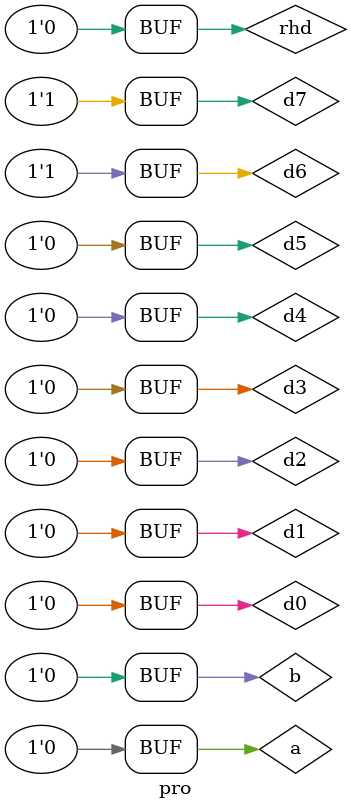
<source format=v>
`timescale 1ns/1ns

module candonate(input a ,b ,rh , output ap, bp, op,abp ,p1 ,p2 );

    assign ap=!b;
    assign bp=!a;
    assign op=!(a+b);
    assign abp=1;
    assign p1=1;
    assign p2=!rh;

endmodule

module bdec(input a,b,output ap,bp,op,abp);

assign op=(!a)&(!b);
assign bp=(!a)&(b);
assign ap=(a)&(!b);
assign abp=a&b;

endmodule

module bmatch(input ad,bd,od,abd,rhd,ap,bp,op,abp,rhp,output x);
wire t=(!(rhd|rhp))|rhp;
assign x=t&((ad&ap)+(bd&bp)+(od&op)+(abd&abp));

endmodule

module bprio(input d0,d1,d2,d3,d4,d5,d6,d7,output x,y,z);

assign x=!(d7|d6|d5|d4);
assign y=!(((!(d7|d6|d5|d4|d3))&d2)|((!(d7|d6|d5|d4))&d3)|d7|d6);
assign z=!(d7|((!(d7|d6))&d5)|((!(d7|d6|d5|d4))&d3)|((!(d7|d6|d5|d4|d3|d2))&d1));

endmodule

module pro;

reg a,b,rhd,d0,d1,d2,d3,d4,d5,d6,d7;
wire ap, bp, op,abp,p1,p2,ad,bd,od,abd,x,rhp,a1,b1;

bprio test(d0,d1,d2,d3,d4,d5,d6,d7,rhp,a1,b1);
candonate t1(a,b,rhd,ad,bd,od,abd,p1,p2);
bdec t2(a1,b1,ap,bp,op,abp);
bmatch t3(ad,bd,od,abd,rhd,ap,bp,op,abp,rhp,x);

initial
begin
  d0=0;d1=0;d2=0;d3=0;d4=0;d5=0;d6=1;d7=1;a=0;b=0;rhd=0;
end

initial
begin

$monitor("donor:a=%d,b=%d,rhd=%d,  patients:d0=%d,d1=%d,d2=%d,d3=%d,d4=%d,d5=%d,d6=%d,d7=%d ,compatible:x=%d",a,b,rhd,d0,d1,d2,d3,d4,d5,d6,d7,x);

end

endmodule
</source>
